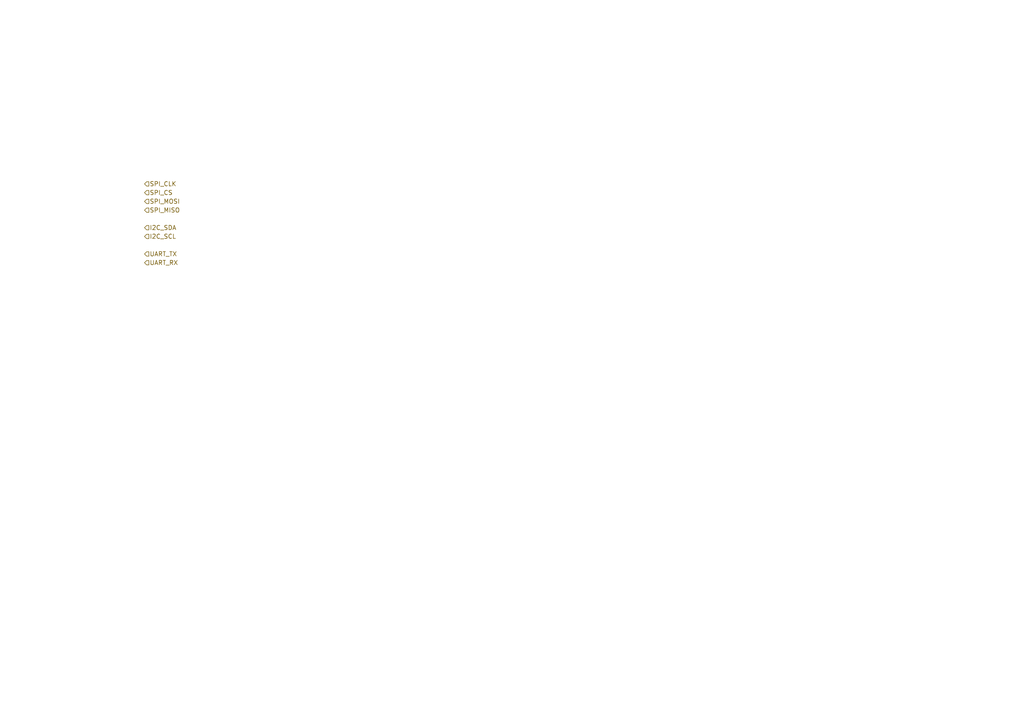
<source format=kicad_sch>
(kicad_sch (version 20230121) (generator eeschema)
  (paper "A4")
  (lib_symbols)
  (hierarchical_label "UART_TX" (shape input) (at 41.91 73.66 0))
  (hierarchical_label "SPI_CS" (shape input) (at 41.91 55.88 0))
  (hierarchical_label "SPI_CLK" (shape input) (at 41.91 53.34 0))
  (hierarchical_label "I2C_SCL" (shape input) (at 41.91 68.58 0))
  (hierarchical_label "SPI_MISO" (shape input) (at 41.91 60.96 0))
  (hierarchical_label "UART_RX" (shape input) (at 41.91 76.2 0))
  (hierarchical_label "I2C_SDA" (shape input) (at 41.91 66.04 0))
  (hierarchical_label "SPI_MOSI" (shape input) (at 41.91 58.42 0))
)
</source>
